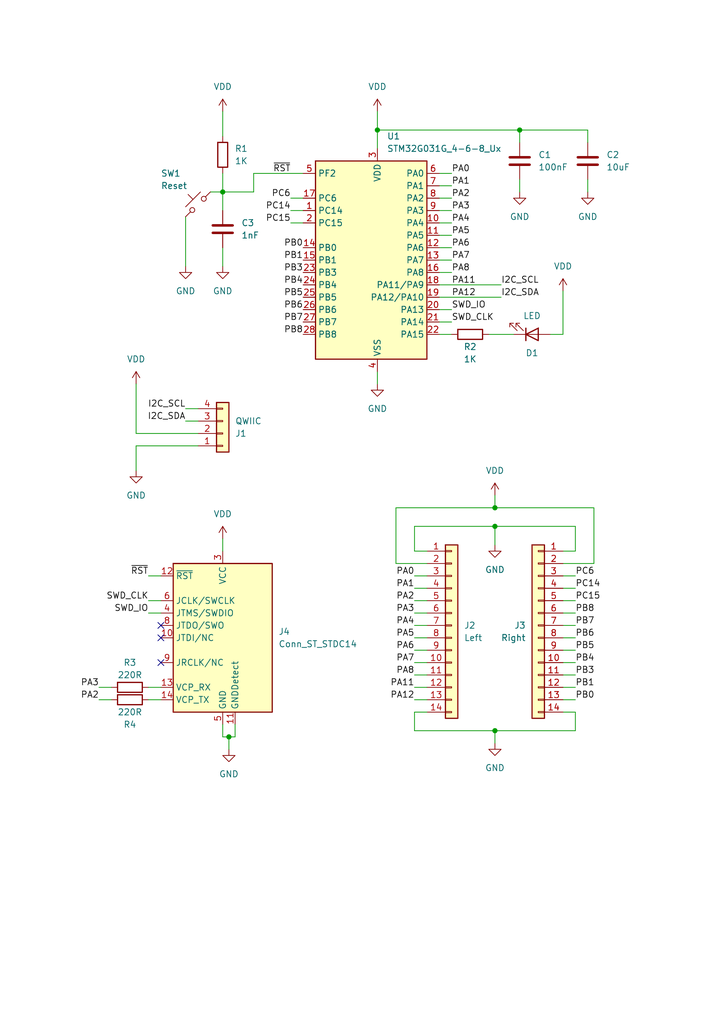
<source format=kicad_sch>
(kicad_sch (version 20230121) (generator eeschema)
  (paper "A5" portrait)
  (lib_symbols
    (symbol "Connector:Conn_ST_STDC14"
      (property "Reference" "J" (at -8.89 16.51 0))
      (property "Value" "Conn_ST_STDC14" (at 17.78 16.51 0))
      (symbol "Conn_ST_STDC14_0_1"
        (rectangle (start -10.16 15.24) (end 10.16 -15.24) (stroke (width 0.254)) (fill (type background)))
      )
      (symbol "Conn_ST_STDC14_1_1"
        (pin no_connect line (at -10.16 5.08 0) (length 2.54) hide (name "NC") (number "1"))
        (pin output line (at 12.7 0 180) (length 2.54) (name "JTDI/NC") (number "10"))
        (pin passive line (at -2.54 -17.78 90) (length 2.54) (name "GNDDetect") (number "11"))
        (pin open_collector line (at 12.7 12.7 180) (length 2.54) (name "~{RST}") (number "12"))
        (pin output line (at 12.7 -10.16 180) (length 2.54) (name "VCP_RX") (number "13"))
        (pin input line (at 12.7 -12.7 180) (length 2.54) (name "VCP_TX") (number "14"))
        (pin no_connect line (at -10.16 2.54 0) (length 2.54) hide (name "NC") (number "2"))
        (pin power_in line (at 0 17.78 270) (length 2.54) (name "VCC") (number "3"))
        (pin bidirectional line (at 12.7 5.08 180) (length 2.54) (name "JTMS/SWDIO") (number "4"))
        (pin power_in line (at 0 -17.78 90) (length 2.54) (name "GND") (number "5"))
        (pin output line (at 12.7 7.62 180) (length 2.54) (name "JCLK/SWCLK") (number "6"))
        (pin passive line (at 0 -17.78 90) (length 2.54) hide (name "GND") (number "7"))
        (pin input line (at 12.7 2.54 180) (length 2.54) (name "JTDO/SWO") (number "8"))
        (pin input line (at 12.7 -5.08 180) (length 2.54) (name "JRCLK/NC") (number "9"))
      )
    )
    (symbol "Connector_Generic:Conn_01x04" (pin_names (offset 1.016) hide)
      (property "Reference" "J" (at 0 5.08 0))
      (property "Value" "Conn_01x04" (at 0 -7.62 0))
      (symbol "Conn_01x04_1_1"
        (rectangle (start -1.27 -4.953) (end 0 -5.207) (stroke (width 0.1524)))
        (rectangle (start -1.27 -2.413) (end 0 -2.667) (stroke (width 0.1524)))
        (rectangle (start -1.27 0.127) (end 0 -0.127) (stroke (width 0.1524)))
        (rectangle (start -1.27 2.667) (end 0 2.413) (stroke (width 0.1524)))
        (rectangle (start -1.27 3.81) (end 1.27 -6.35) (stroke (width 0.254)) (fill (type background)))
        (pin passive line (at -5.08 2.54 0) (length 3.81) (name "Pin_1") (number "1"))
        (pin passive line (at -5.08 0 0) (length 3.81) (name "Pin_2") (number "2"))
        (pin passive line (at -5.08 -2.54 0) (length 3.81) (name "Pin_3") (number "3"))
        (pin passive line (at -5.08 -5.08 0) (length 3.81) (name "Pin_4") (number "4"))
      )
    )
    (symbol "Connector_Generic:Conn_01x14" (pin_names (offset 1.016) hide)
      (property "Reference" "J" (at 0 17.78 0))
      (property "Value" "Conn_01x14" (at 0 -20.32 0))
      (symbol "Conn_01x14_1_1"
        (rectangle (start -1.27 -17.653) (end 0 -17.907) (stroke (width 0.1524)))
        (rectangle (start -1.27 -15.113) (end 0 -15.367) (stroke (width 0.1524)))
        (rectangle (start -1.27 -12.573) (end 0 -12.827) (stroke (width 0.1524)))
        (rectangle (start -1.27 -10.033) (end 0 -10.287) (stroke (width 0.1524)))
        (rectangle (start -1.27 -7.493) (end 0 -7.747) (stroke (width 0.1524)))
        (rectangle (start -1.27 -4.953) (end 0 -5.207) (stroke (width 0.1524)))
        (rectangle (start -1.27 -2.413) (end 0 -2.667) (stroke (width 0.1524)))
        (rectangle (start -1.27 0.127) (end 0 -0.127) (stroke (width 0.1524)))
        (rectangle (start -1.27 2.667) (end 0 2.413) (stroke (width 0.1524)))
        (rectangle (start -1.27 5.207) (end 0 4.953) (stroke (width 0.1524)))
        (rectangle (start -1.27 7.747) (end 0 7.493) (stroke (width 0.1524)))
        (rectangle (start -1.27 10.287) (end 0 10.033) (stroke (width 0.1524)))
        (rectangle (start -1.27 12.827) (end 0 12.573) (stroke (width 0.1524)))
        (rectangle (start -1.27 15.367) (end 0 15.113) (stroke (width 0.1524)))
        (rectangle (start -1.27 16.51) (end 1.27 -19.05) (stroke (width 0.254)) (fill (type background)))
        (pin passive line (at -5.08 15.24 0) (length 3.81) (name "Pin_1") (number "1"))
        (pin passive line (at -5.08 -7.62 0) (length 3.81) (name "Pin_10") (number "10"))
        (pin passive line (at -5.08 -10.16 0) (length 3.81) (name "Pin_11") (number "11"))
        (pin passive line (at -5.08 -12.7 0) (length 3.81) (name "Pin_12") (number "12"))
        (pin passive line (at -5.08 -15.24 0) (length 3.81) (name "Pin_13") (number "13"))
        (pin passive line (at -5.08 -17.78 0) (length 3.81) (name "Pin_14") (number "14"))
        (pin passive line (at -5.08 12.7 0) (length 3.81) (name "Pin_2") (number "2"))
        (pin passive line (at -5.08 10.16 0) (length 3.81) (name "Pin_3") (number "3"))
        (pin passive line (at -5.08 7.62 0) (length 3.81) (name "Pin_4") (number "4"))
        (pin passive line (at -5.08 5.08 0) (length 3.81) (name "Pin_5") (number "5"))
        (pin passive line (at -5.08 2.54 0) (length 3.81) (name "Pin_6") (number "6"))
        (pin passive line (at -5.08 0 0) (length 3.81) (name "Pin_7") (number "7"))
        (pin passive line (at -5.08 -2.54 0) (length 3.81) (name "Pin_8") (number "8"))
        (pin passive line (at -5.08 -5.08 0) (length 3.81) (name "Pin_9") (number "9"))
      )
    )
    (symbol "Device:C" (pin_numbers hide) (pin_names (offset 0.254))
      (property "Reference" "C" (at 0.635 2.54 0))
      (property "Value" "C" (at 0.635 -2.54 0))
      (symbol "C_0_1"
        (polyline (pts (xy -2.032 -0.762) (xy 2.032 -0.762)) (stroke (width 0.508)))
        (polyline (pts (xy -2.032 0.762) (xy 2.032 0.762)) (stroke (width 0.508)))
      )
      (symbol "C_1_1"
        (pin passive line (at 0 3.81 270) (length 2.794) (name "~") (number "1"))
        (pin passive line (at 0 -3.81 90) (length 2.794) (name "~") (number "2"))
      )
    )
    (symbol "Device:LED" (pin_numbers hide) (pin_names (offset 1.016) hide)
      (property "Reference" "D" (at 0 2.54 0))
      (property "Value" "LED" (at 0 -2.54 0))
      (symbol "LED_0_1"
        (polyline (pts (xy -1.27 -1.27) (xy -1.27 1.27)) (stroke (width 0.254)))
        (polyline (pts (xy -1.27 0) (xy 1.27 0)))
        (polyline (pts (xy 1.27 -1.27) (xy 1.27 1.27) (xy -1.27 0) (xy 1.27 -1.27)) (stroke (width 0.254)))
        (polyline (pts (xy -3.048 -0.762) (xy -4.572 -2.286) (xy -3.81 -2.286) (xy -4.572 -2.286) (xy -4.572 -1.524)))
        (polyline (pts (xy -1.778 -0.762) (xy -3.302 -2.286) (xy -2.54 -2.286) (xy -3.302 -2.286) (xy -3.302 -1.524)))
      )
      (symbol "LED_1_1"
        (pin passive line (at -3.81 0 0) (length 2.54) (name "K") (number "1"))
        (pin passive line (at 3.81 0 180) (length 2.54) (name "A") (number "2"))
      )
    )
    (symbol "Device:R" (pin_numbers hide) (pin_names (offset 0))
      (property "Reference" "R" (at 2.032 0 90))
      (property "Value" "R" (at 0 0 90))
      (symbol "R_0_1"
        (rectangle (start -1.016 -2.54) (end 1.016 2.54) (stroke (width 0.254)))
      )
      (symbol "R_1_1"
        (pin passive line (at 0 3.81 270) (length 1.27) (name "~") (number "1"))
        (pin passive line (at 0 -3.81 90) (length 1.27) (name "~") (number "2"))
      )
    )
    (symbol "MCU_ST_STM32G0:STM32G031G_4-6-8_Ux"
      (property "Reference" "U" (at -10.16 21.59 0))
      (property "Value" "STM32G031G_4-6-8_Ux" (at 5.08 21.59 0))
      (symbol "STM32G031G_4-6-8_Ux_0_1"
        (rectangle (start -10.16 -20.32) (end 12.7 20.32) (stroke (width 0.254)) (fill (type background)))
      )
      (symbol "STM32G031G_4-6-8_Ux_1_1"
        (pin bidirectional line (at -12.7 10.16 0) (length 2.54) (name "PC14") (number "1"))
        (pin bidirectional line (at 15.24 7.62 180) (length 2.54) (name "PA4") (number "10"))
        (pin bidirectional line (at 15.24 5.08 180) (length 2.54) (name "PA5") (number "11"))
        (pin bidirectional line (at 15.24 2.54 180) (length 2.54) (name "PA6") (number "12"))
        (pin bidirectional line (at 15.24 0 180) (length 2.54) (name "PA7") (number "13"))
        (pin bidirectional line (at -12.7 2.54 0) (length 2.54) (name "PB0") (number "14"))
        (pin bidirectional line (at -12.7 0 0) (length 2.54) (name "PB1") (number "15"))
        (pin bidirectional line (at 15.24 -2.54 180) (length 2.54) (name "PA8") (number "16"))
        (pin bidirectional line (at -12.7 12.7 0) (length 2.54) (name "PC6") (number "17"))
        (pin bidirectional line (at 15.24 -5.08 180) (length 2.54) (name "PA11/PA9") (number "18"))
        (pin bidirectional line (at 15.24 -7.62 180) (length 2.54) (name "PA12/PA10") (number "19"))
        (pin bidirectional line (at -12.7 7.62 0) (length 2.54) (name "PC15") (number "2"))
        (pin bidirectional line (at 15.24 -10.16 180) (length 2.54) (name "PA13") (number "20"))
        (pin bidirectional line (at 15.24 -12.7 180) (length 2.54) (name "PA14") (number "21"))
        (pin bidirectional line (at 15.24 -15.24 180) (length 2.54) (name "PA15") (number "22"))
        (pin bidirectional line (at -12.7 -2.54 0) (length 2.54) (name "PB3") (number "23"))
        (pin bidirectional line (at -12.7 -5.08 0) (length 2.54) (name "PB4") (number "24"))
        (pin bidirectional line (at -12.7 -7.62 0) (length 2.54) (name "PB5") (number "25"))
        (pin bidirectional line (at -12.7 -10.16 0) (length 2.54) (name "PB6") (number "26"))
        (pin bidirectional line (at -12.7 -12.7 0) (length 2.54) (name "PB7") (number "27"))
        (pin bidirectional line (at -12.7 -15.24 0) (length 2.54) (name "PB8") (number "28"))
        (pin power_in line (at 2.54 22.86 270) (length 2.54) (name "VDD") (number "3"))
        (pin power_in line (at 2.54 -22.86 90) (length 2.54) (name "VSS") (number "4"))
        (pin bidirectional line (at -12.7 17.78 0) (length 2.54) (name "PF2") (number "5"))
        (pin bidirectional line (at 15.24 17.78 180) (length 2.54) (name "PA0") (number "6"))
        (pin bidirectional line (at 15.24 15.24 180) (length 2.54) (name "PA1") (number "7"))
        (pin bidirectional line (at 15.24 12.7 180) (length 2.54) (name "PA2") (number "8"))
        (pin bidirectional line (at 15.24 10.16 180) (length 2.54) (name "PA3") (number "9"))
      )
    )
    (symbol "Switch:SW_Push_45deg" (pin_numbers hide) (pin_names (offset 1.016) hide)
      (property "Reference" "SW" (at 3.048 1.016 0))
      (property "Value" "SW_Push_45deg" (at 0 -3.81 0))
      (symbol "SW_Push_45deg_0_1"
        (circle (center -1.1684 1.1684) (radius 0.508))
        (polyline (pts (xy -0.508 2.54) (xy 2.54 -0.508)))
        (polyline (pts (xy 1.016 1.016) (xy 2.032 2.032)))
        (polyline (pts (xy -2.54 2.54) (xy -1.524 1.524) (xy -1.524 1.524)))
        (polyline (pts (xy 1.524 -1.524) (xy 2.54 -2.54) (xy 2.54 -2.54) (xy 2.54 -2.54)))
        (circle (center 1.143 -1.1938) (radius 0.508))
        (pin passive line (at -2.54 2.54 0) (length 0) (name "1") (number "1"))
        (pin passive line (at 2.54 -2.54 180) (length 0) (name "2") (number "2"))
      )
    )
    (symbol "power:GND" (power) (pin_names (offset 0))
      (property "Value" "GND" (at 0 -3.81 0))
      (symbol "GND_0_1"
        (polyline (pts (xy 0 0) (xy 0 -1.27) (xy 1.27 -1.27) (xy 0 -2.54) (xy -1.27 -1.27) (xy 0 -1.27)))
      )
      (symbol "GND_1_1"
        (pin power_in line (at 0 0 270) (length 0) hide (name "GND") (number "1"))
      )
    )
    (symbol "power:VDD" (power) (pin_names (offset 0))
      (property "Value" "VDD" (at 0 3.81 0))
      (symbol "VDD_0_1"
        (polyline (pts (xy -0.762 1.27) (xy 0 2.54)))
        (polyline (pts (xy 0 0) (xy 0 2.54)))
        (polyline (pts (xy 0 2.54) (xy 0.762 1.27)))
      )
      (symbol "VDD_1_1"
        (pin power_in line (at 0 0 90) (length 0) hide (name "VDD") (number "1"))
      )
    )
  )
  (junction (at 46.99 151.13))
  (junction (at 106.68 26.67))
  (junction (at 77.47 26.67))
  (junction (at 101.6 149.86))
  (junction (at 101.6 104.14))
  (junction (at 45.72 39.37))
  (junction (at 101.6 107.95))
  (no_connect (at 33.02 135.89))
  (no_connect (at 33.02 128.27))
  (no_connect (at 33.02 130.81))
  (wire (pts (xy 85.09 120.65) (xy 87.63 120.65)))
  (wire (pts (xy 92.71 63.5) (xy 90.17 63.5)))
  (wire (pts (xy 38.1 86.36) (xy 40.64 86.36)))
  (wire (pts (xy 87.63 113.03) (xy 85.09 113.03)))
  (wire (pts (xy 85.09 118.11) (xy 87.63 118.11)))
  (wire (pts (xy 85.09 125.73) (xy 87.63 125.73)))
  (wire (pts (xy 118.11 123.19) (xy 115.57 123.19)))
  (wire (pts (xy 27.94 96.52) (xy 27.94 91.44)))
  (wire (pts (xy 106.68 26.67) (xy 106.68 29.21)))
  (wire (pts (xy 27.94 88.9) (xy 27.94 78.74)))
  (wire (pts (xy 118.11 135.89) (xy 115.57 135.89)))
  (wire (pts (xy 85.09 133.35) (xy 87.63 133.35)))
  (wire (pts (xy 90.17 60.96) (xy 102.87 60.96)))
  (wire (pts (xy 115.57 115.57) (xy 121.92 115.57)))
  (wire (pts (xy 85.09 113.03) (xy 85.09 107.95)))
  (wire (pts (xy 85.09 149.86) (xy 101.6 149.86)))
  (wire (pts (xy 77.47 22.86) (xy 77.47 26.67)))
  (wire (pts (xy 118.11 128.27) (xy 115.57 128.27)))
  (wire (pts (xy 30.48 140.97) (xy 33.02 140.97)))
  (wire (pts (xy 85.09 107.95) (xy 101.6 107.95)))
  (wire (pts (xy 30.48 123.19) (xy 33.02 123.19)))
  (wire (pts (xy 90.17 68.58) (xy 92.71 68.58)))
  (wire (pts (xy 45.72 151.13) (xy 45.72 148.59)))
  (wire (pts (xy 118.11 118.11) (xy 115.57 118.11)))
  (wire (pts (xy 48.26 151.13) (xy 46.99 151.13)))
  (wire (pts (xy 85.09 146.05) (xy 85.09 149.86)))
  (wire (pts (xy 92.71 35.56) (xy 90.17 35.56)))
  (wire (pts (xy 92.71 43.18) (xy 90.17 43.18)))
  (wire (pts (xy 77.47 26.67) (xy 77.47 30.48)))
  (wire (pts (xy 118.11 149.86) (xy 101.6 149.86)))
  (wire (pts (xy 87.63 146.05) (xy 85.09 146.05)))
  (wire (pts (xy 85.09 130.81) (xy 87.63 130.81)))
  (wire (pts (xy 92.71 53.34) (xy 90.17 53.34)))
  (wire (pts (xy 52.07 39.37) (xy 45.72 39.37)))
  (wire (pts (xy 85.09 143.51) (xy 87.63 143.51)))
  (wire (pts (xy 59.69 45.72) (xy 62.23 45.72)))
  (wire (pts (xy 101.6 149.86) (xy 101.6 152.4)))
  (wire (pts (xy 118.11 107.95) (xy 101.6 107.95)))
  (wire (pts (xy 45.72 22.86) (xy 45.72 27.94)))
  (wire (pts (xy 121.92 115.57) (xy 121.92 104.14)))
  (wire (pts (xy 115.57 68.58) (xy 113.03 68.58)))
  (wire (pts (xy 85.09 135.89) (xy 87.63 135.89)))
  (wire (pts (xy 77.47 78.74) (xy 77.47 76.2)))
  (wire (pts (xy 106.68 39.37) (xy 106.68 36.83)))
  (wire (pts (xy 118.11 130.81) (xy 115.57 130.81)))
  (wire (pts (xy 40.64 88.9) (xy 27.94 88.9)))
  (wire (pts (xy 118.11 133.35) (xy 115.57 133.35)))
  (wire (pts (xy 38.1 44.45) (xy 38.1 54.61)))
  (wire (pts (xy 101.6 104.14) (xy 81.28 104.14)))
  (wire (pts (xy 46.99 151.13) (xy 45.72 151.13)))
  (wire (pts (xy 118.11 140.97) (xy 115.57 140.97)))
  (wire (pts (xy 121.92 104.14) (xy 101.6 104.14)))
  (wire (pts (xy 45.72 54.61) (xy 45.72 50.8)))
  (wire (pts (xy 90.17 58.42) (xy 102.87 58.42)))
  (wire (pts (xy 118.11 113.03) (xy 118.11 107.95)))
  (wire (pts (xy 81.28 115.57) (xy 87.63 115.57)))
  (wire (pts (xy 120.65 29.21) (xy 120.65 26.67)))
  (wire (pts (xy 115.57 113.03) (xy 118.11 113.03)))
  (wire (pts (xy 77.47 26.67) (xy 106.68 26.67)))
  (wire (pts (xy 43.18 39.37) (xy 45.72 39.37)))
  (wire (pts (xy 92.71 50.8) (xy 90.17 50.8)))
  (wire (pts (xy 85.09 123.19) (xy 87.63 123.19)))
  (wire (pts (xy 48.26 148.59) (xy 48.26 151.13)))
  (wire (pts (xy 118.11 138.43) (xy 115.57 138.43)))
  (wire (pts (xy 85.09 128.27) (xy 87.63 128.27)))
  (wire (pts (xy 38.1 83.82) (xy 40.64 83.82)))
  (wire (pts (xy 92.71 40.64) (xy 90.17 40.64)))
  (wire (pts (xy 85.09 140.97) (xy 87.63 140.97)))
  (wire (pts (xy 115.57 146.05) (xy 118.11 146.05)))
  (wire (pts (xy 92.71 55.88) (xy 90.17 55.88)))
  (wire (pts (xy 118.11 146.05) (xy 118.11 149.86)))
  (wire (pts (xy 52.07 35.56) (xy 62.23 35.56)))
  (wire (pts (xy 45.72 110.49) (xy 45.72 113.03)))
  (wire (pts (xy 118.11 125.73) (xy 115.57 125.73)))
  (wire (pts (xy 59.69 40.64) (xy 62.23 40.64)))
  (wire (pts (xy 46.99 153.67) (xy 46.99 151.13)))
  (wire (pts (xy 45.72 39.37) (xy 45.72 43.18)))
  (wire (pts (xy 20.32 143.51) (xy 22.86 143.51)))
  (wire (pts (xy 30.48 125.73) (xy 33.02 125.73)))
  (wire (pts (xy 30.48 143.51) (xy 33.02 143.51)))
  (wire (pts (xy 106.68 26.67) (xy 120.65 26.67)))
  (wire (pts (xy 20.32 140.97) (xy 22.86 140.97)))
  (wire (pts (xy 52.07 35.56) (xy 52.07 39.37)))
  (wire (pts (xy 85.09 138.43) (xy 87.63 138.43)))
  (wire (pts (xy 45.72 35.56) (xy 45.72 39.37)))
  (wire (pts (xy 92.71 66.04) (xy 90.17 66.04)))
  (wire (pts (xy 100.33 68.58) (xy 105.41 68.58)))
  (wire (pts (xy 115.57 59.69) (xy 115.57 68.58)))
  (wire (pts (xy 118.11 143.51) (xy 115.57 143.51)))
  (wire (pts (xy 81.28 104.14) (xy 81.28 115.57)))
  (wire (pts (xy 101.6 107.95) (xy 101.6 111.76)))
  (wire (pts (xy 101.6 104.14) (xy 101.6 101.6)))
  (wire (pts (xy 92.71 48.26) (xy 90.17 48.26)))
  (wire (pts (xy 92.71 38.1) (xy 90.17 38.1)))
  (wire (pts (xy 59.69 43.18) (xy 62.23 43.18)))
  (wire (pts (xy 120.65 39.37) (xy 120.65 36.83)))
  (wire (pts (xy 27.94 91.44) (xy 40.64 91.44)))
  (wire (pts (xy 118.11 120.65) (xy 115.57 120.65)))
  (wire (pts (xy 30.48 118.11) (xy 33.02 118.11)))
  (wire (pts (xy 92.71 45.72) (xy 90.17 45.72)))
  (label "PA8" (at 85.09 138.43 180))
  (label "PA2" (at 20.32 143.51 180))
  (label "PB8" (at 118.11 125.73 0))
  (label "PA6" (at 92.71 50.8 0))
  (label "PB8" (at 62.23 68.58 180))
  (label "SWD_CLK" (at 92.71 66.04 0))
  (label "PA5" (at 92.71 48.26 0))
  (label "PB7" (at 118.11 128.27 0))
  (label "PB0" (at 118.11 143.51 0))
  (label "PA8" (at 92.71 55.88 0))
  (label "PA12" (at 92.71 60.96 0))
  (label "PA11" (at 85.09 140.97 180))
  (label "~{RST}" (at 59.69 35.56 180))
  (label "I2C_SDA" (at 38.1 86.36 180))
  (label "PA0" (at 85.09 118.11 180))
  (label "PB7" (at 62.23 66.04 180))
  (label "PA4" (at 85.09 128.27 180))
  (label "PC15" (at 118.11 123.19 0))
  (label "I2C_SCL" (at 102.87 58.42 0))
  (label "PB5" (at 62.23 60.96 180))
  (label "PB5" (at 118.11 133.35 0))
  (label "PB6" (at 118.11 130.81 0))
  (label "PA2" (at 85.09 123.19 180))
  (label "PC14" (at 59.69 43.18 180))
  (label "PA2" (at 92.71 40.64 0))
  (label "PB1" (at 62.23 53.34 180))
  (label "PB3" (at 62.23 55.88 180))
  (label "PA5" (at 85.09 130.81 180))
  (label "PA1" (at 92.71 38.1 0))
  (label "PC6" (at 118.11 118.11 0))
  (label "PC6" (at 59.69 40.64 180))
  (label "PA11" (at 92.71 58.42 0))
  (label "PB4" (at 62.23 58.42 180))
  (label "PA6" (at 85.09 133.35 180))
  (label "PC15" (at 59.69 45.72 180))
  (label "PB4" (at 118.11 135.89 0))
  (label "SWD_CLK" (at 30.48 123.19 180))
  (label "PB1" (at 118.11 140.97 0))
  (label "PA0" (at 92.71 35.56 0))
  (label "PA7" (at 92.71 53.34 0))
  (label "SWD_IO" (at 30.48 125.73 180))
  (label "I2C_SDA" (at 102.87 60.96 0))
  (label "PA7" (at 85.09 135.89 180))
  (label "PC14" (at 118.11 120.65 0))
  (label "PA12" (at 85.09 143.51 180))
  (label "PA3" (at 20.32 140.97 180))
  (label "PA1" (at 85.09 120.65 180))
  (label "~{RST}" (at 30.48 118.11 180))
  (label "PB3" (at 118.11 138.43 0))
  (label "SWD_IO" (at 92.71 63.5 0))
  (label "PB0" (at 62.23 50.8 180))
  (label "PA3" (at 92.71 43.18 0))
  (label "PA3" (at 85.09 125.73 180))
  (label "I2C_SCL" (at 38.1 83.82 180))
  (label "PB6" (at 62.23 63.5 180))
  (label "PA4" (at 92.71 45.72 0))
  (symbol (lib_id "Device:C") (at 120.65 33.02 0) (unit 1)
    (property "Reference" "C2" (at 124.46 31.75 0) (effects (justify left)))
    (property "Value" "10uF" (at 124.46 34.29 0) (effects (justify left)))
    (property "Footprint" "Capacitor_SMD:C_0603_1608Metric" (effects hide))
  )
  (symbol (lib_id "MCU_ST_STM32G0:STM32G031G_4-6-8_Ux") (at 74.93 53.34 0) (unit 1)
    (property "Reference" "U1" (at 79.4259 27.94 0) (effects (justify left)))
    (property "Value" "STM32G031G_4-6-8_Ux" (at 79.4259 30.48 0) (effects (justify left)))
    (property "Footprint" "Package_DFN_QFN:QFN-28_4x4mm_P0.5mm" (effects hide))
    (property "Datasheet" "https://www.st.com/resource/en/datasheet/stm32g031g4.pdf" (effects hide))
  )
  (symbol (lib_id "Device:C") (at 106.68 33.02 0) (unit 1)
    (property "Reference" "C1" (at 110.49 31.75 0) (effects (justify left)))
    (property "Value" "100nF" (at 110.49 34.29 0) (effects (justify left)))
    (property "Footprint" "Capacitor_SMD:C_0603_1608Metric" (effects hide))
  )
  (symbol (lib_id "power:GND") (at 38.1 54.61 0) (unit 1)
    (property "Reference" "#PWR05" (effects hide))
    (property "Value" "GND" (at 38.1 59.69 0))
  )
  (symbol (lib_id "Connector_Generic:Conn_01x04") (at 45.72 88.9 0) (mirror x) (unit 1)
    (property "Reference" "J1" (at 48.26 88.9 0) (effects (justify left)))
    (property "Value" "QWIIC" (at 48.26 86.36 0) (effects (justify left)))
    (property "Footprint" "Connector_JST:JST_SH_BM04B-SRSS-TB_1x04-1MP_P1.00mm_Vertical" (effects hide))
  )
  (symbol (lib_id "power:GND") (at 101.6 111.76 0) (unit 1)
    (property "Reference" "#PWR013" (effects hide))
    (property "Value" "GND" (at 101.6 116.84 0))
  )
  (symbol (lib_id "Switch:SW_Push_45deg") (at 40.64 41.91 90) (unit 1)
    (property "Reference" "SW1" (at 33.02 35.56 90) (effects (justify right)))
    (property "Value" "Reset" (at 33.02 38.1 90) (effects (justify right)))
    (property "Footprint" "Button_Switch_SMD:SW_SPST_PTS810" (effects hide))
  )
  (symbol (lib_id "power:VDD") (at 27.94 78.74 0) (unit 1)
    (property "Reference" "#PWR08" (effects hide))
    (property "Value" "VDD" (at 27.94 73.66 0))
  )
  (symbol (lib_id "power:VDD") (at 45.72 22.86 0) (unit 1)
    (property "Reference" "#PWR01" (effects hide))
    (property "Value" "VDD" (at 45.72 17.78 0))
  )
  (symbol (lib_id "Device:LED") (at 109.22 68.58 0) (mirror x) (unit 1)
    (property "Reference" "D1" (at 109.22 72.39 0))
    (property "Value" "LED" (at 109.22 64.77 0))
    (property "Footprint" "LED_SMD:LED_0603_1608Metric" (effects hide))
  )
  (symbol (lib_id "power:GND") (at 27.94 96.52 0) (unit 1)
    (property "Reference" "#PWR010" (effects hide))
    (property "Value" "GND" (at 27.94 101.6 0))
  )
  (symbol (lib_id "power:VDD") (at 77.47 22.86 0) (unit 1)
    (property "Reference" "#PWR02" (effects hide))
    (property "Value" "VDD" (at 77.47 17.78 0))
  )
  (symbol (lib_id "power:VDD") (at 45.72 110.49 0) (unit 1)
    (property "Reference" "#PWR012" (effects hide))
    (property "Value" "VDD" (at 45.72 105.41 0))
  )
  (symbol (lib_id "Device:C") (at 45.72 46.99 0) (unit 1)
    (property "Reference" "C3" (at 49.53 45.72 0) (effects (justify left)))
    (property "Value" "1nF" (at 49.53 48.26 0) (effects (justify left)))
    (property "Footprint" "Capacitor_SMD:C_0603_1608Metric" (effects hide))
  )
  (symbol (lib_id "power:GND") (at 120.65 39.37 0) (unit 1)
    (property "Reference" "#PWR04" (effects hide))
    (property "Value" "GND" (at 120.65 44.45 0))
  )
  (symbol (lib_id "Connector_Generic:Conn_01x14") (at 92.71 128.27 0) (unit 1)
    (property "Reference" "J2" (at 95.25 128.27 0) (effects (justify left)))
    (property "Value" "Left" (at 95.25 130.81 0) (effects (justify left)))
    (property "Footprint" "Connector_PinHeader_2.54mm:PinHeader_1x14_P2.54mm_Vertical" (effects hide))
  )
  (symbol (lib_id "power:GND") (at 77.47 78.74 0) (unit 1)
    (property "Reference" "#PWR09" (effects hide))
    (property "Value" "GND" (at 77.47 83.82 0))
  )
  (symbol (lib_id "power:VDD") (at 101.6 101.6 0) (unit 1)
    (property "Reference" "#PWR011" (effects hide))
    (property "Value" "VDD" (at 101.6 96.52 0))
  )
  (symbol (lib_id "power:GND") (at 45.72 54.61 0) (unit 1)
    (property "Reference" "#PWR06" (effects hide))
    (property "Value" "GND" (at 45.72 59.69 0))
  )
  (symbol (lib_id "Device:R") (at 26.67 140.97 90) (unit 1)
    (property "Reference" "R3" (at 26.67 135.89 90))
    (property "Value" "220R" (at 26.67 138.43 90))
    (property "Footprint" "Resistor_SMD:R_0603_1608Metric" (effects hide))
  )
  (symbol (lib_id "Device:R") (at 26.67 143.51 90) (unit 1)
    (property "Reference" "R4" (at 26.67 148.59 90))
    (property "Value" "220R" (at 26.67 146.05 90))
    (property "Footprint" "Resistor_SMD:R_0603_1608Metric" (effects hide))
  )
  (symbol (lib_id "Connector_Generic:Conn_01x14") (at 110.49 128.27 0) (mirror y) (unit 1)
    (property "Reference" "J3" (at 107.95 128.27 0) (effects (justify left)))
    (property "Value" "Right" (at 107.95 130.81 0) (effects (justify left)))
    (property "Footprint" "Connector_PinHeader_2.54mm:PinHeader_1x14_P2.54mm_Vertical" (effects hide))
  )
  (symbol (lib_id "Connector:Conn_ST_STDC14") (at 45.72 130.81 0) (mirror y) (unit 1)
    (property "Reference" "J4" (at 57.15 129.54 0) (effects (justify right)))
    (property "Value" "Conn_ST_STDC14" (at 57.15 132.08 0) (effects (justify right)))
    (property "Footprint" "Connector_PinHeader_1.27mm:PinHeader_2x07_P1.27mm_Vertical_SMD" (effects hide))
    (property "Datasheet" "https://www.st.com/content/ccc/resource/technical/document/user_manual/group1/99/49/91/b6/b2/3a/46/e5/DM00526767/files/DM00526767.pdf/jcr:content/translations/en.DM00526767.pdf" (effects hide))
  )
  (symbol (lib_id "Device:R") (at 45.72 31.75 180) (unit 1)
    (property "Reference" "R1" (at 49.53 30.48 0))
    (property "Value" "1K" (at 49.53 33.02 0))
    (property "Footprint" "Resistor_SMD:R_0603_1608Metric" (effects hide))
  )
  (symbol (lib_id "power:VDD") (at 115.57 59.69 0) (unit 1)
    (property "Reference" "#PWR07" (effects hide))
    (property "Value" "VDD" (at 115.57 54.61 0))
  )
  (symbol (lib_id "power:GND") (at 46.99 153.67 0) (unit 1)
    (property "Reference" "#PWR015" (effects hide))
    (property "Value" "GND" (at 46.99 158.75 0))
  )
  (symbol (lib_id "power:GND") (at 101.6 152.4 0) (unit 1)
    (property "Reference" "#PWR014" (effects hide))
    (property "Value" "GND" (at 101.6 157.48 0))
  )
  (symbol (lib_id "power:GND") (at 106.68 39.37 0) (unit 1)
    (property "Reference" "#PWR03" (effects hide))
    (property "Value" "GND" (at 106.68 44.45 0))
  )
  (symbol (lib_id "Device:R") (at 96.52 68.58 90) (unit 1)
    (property "Reference" "R2" (at 96.52 71.12 90))
    (property "Value" "1K" (at 96.52 73.66 90))
    (property "Footprint" "Resistor_SMD:R_0603_1608Metric" (effects hide))
  )
)
</source>
